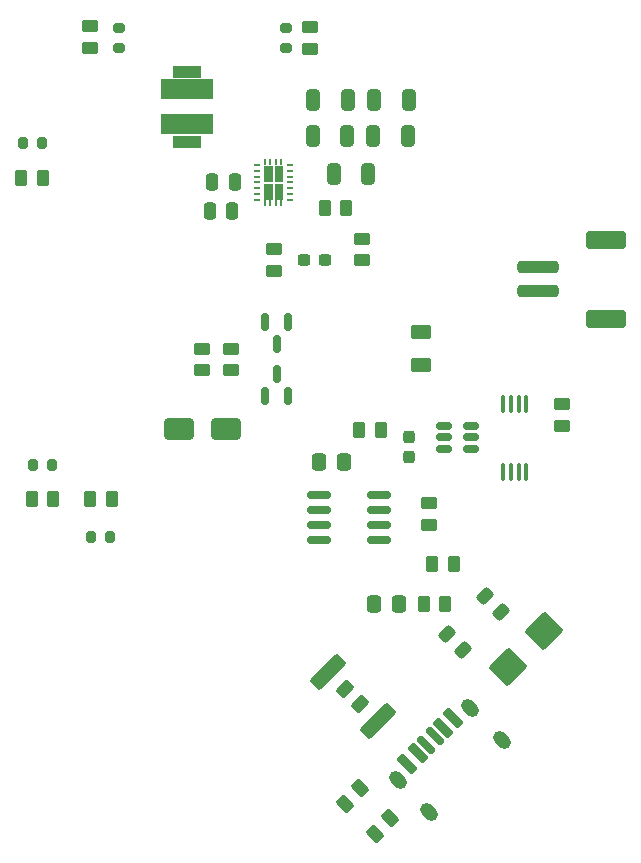
<source format=gbr>
%TF.GenerationSoftware,KiCad,Pcbnew,7.0.8*%
%TF.CreationDate,2025-01-10T21:38:43+01:00*%
%TF.ProjectId,UV_Disc_Charger,55565f44-6973-4635-9f43-686172676572,rev?*%
%TF.SameCoordinates,Original*%
%TF.FileFunction,Paste,Top*%
%TF.FilePolarity,Positive*%
%FSLAX46Y46*%
G04 Gerber Fmt 4.6, Leading zero omitted, Abs format (unit mm)*
G04 Created by KiCad (PCBNEW 7.0.8) date 2025-01-10 21:38:43*
%MOMM*%
%LPD*%
G01*
G04 APERTURE LIST*
G04 Aperture macros list*
%AMRoundRect*
0 Rectangle with rounded corners*
0 $1 Rounding radius*
0 $2 $3 $4 $5 $6 $7 $8 $9 X,Y pos of 4 corners*
0 Add a 4 corners polygon primitive as box body*
4,1,4,$2,$3,$4,$5,$6,$7,$8,$9,$2,$3,0*
0 Add four circle primitives for the rounded corners*
1,1,$1+$1,$2,$3*
1,1,$1+$1,$4,$5*
1,1,$1+$1,$6,$7*
1,1,$1+$1,$8,$9*
0 Add four rect primitives between the rounded corners*
20,1,$1+$1,$2,$3,$4,$5,0*
20,1,$1+$1,$4,$5,$6,$7,0*
20,1,$1+$1,$6,$7,$8,$9,0*
20,1,$1+$1,$8,$9,$2,$3,0*%
%AMHorizOval*
0 Thick line with rounded ends*
0 $1 width*
0 $2 $3 position (X,Y) of the first rounded end (center of the circle)*
0 $4 $5 position (X,Y) of the second rounded end (center of the circle)*
0 Add line between two ends*
20,1,$1,$2,$3,$4,$5,0*
0 Add two circle primitives to create the rounded ends*
1,1,$1,$2,$3*
1,1,$1,$4,$5*%
G04 Aperture macros list end*
%ADD10C,0.010000*%
%ADD11R,2.400000X1.100000*%
%ADD12R,4.500000X1.800000*%
%ADD13RoundRect,0.250000X1.500000X-0.250000X1.500000X0.250000X-1.500000X0.250000X-1.500000X-0.250000X0*%
%ADD14RoundRect,0.250001X1.449999X-0.499999X1.449999X0.499999X-1.449999X0.499999X-1.449999X-0.499999X0*%
%ADD15RoundRect,0.200000X-0.200000X-0.275000X0.200000X-0.275000X0.200000X0.275000X-0.200000X0.275000X0*%
%ADD16RoundRect,0.200000X0.200000X0.275000X-0.200000X0.275000X-0.200000X-0.275000X0.200000X-0.275000X0*%
%ADD17RoundRect,0.250000X-0.262500X-0.450000X0.262500X-0.450000X0.262500X0.450000X-0.262500X0.450000X0*%
%ADD18RoundRect,0.250000X0.262500X0.450000X-0.262500X0.450000X-0.262500X-0.450000X0.262500X-0.450000X0*%
%ADD19RoundRect,0.200000X0.275000X-0.200000X0.275000X0.200000X-0.275000X0.200000X-0.275000X-0.200000X0*%
%ADD20RoundRect,0.250000X0.450000X-0.262500X0.450000X0.262500X-0.450000X0.262500X-0.450000X-0.262500X0*%
%ADD21RoundRect,0.150000X-0.150000X0.587500X-0.150000X-0.587500X0.150000X-0.587500X0.150000X0.587500X0*%
%ADD22RoundRect,0.250000X-0.625000X0.375000X-0.625000X-0.375000X0.625000X-0.375000X0.625000X0.375000X0*%
%ADD23RoundRect,0.175000X0.406586X-0.654074X0.654074X-0.406586X-0.406586X0.654074X-0.654074X0.406586X0*%
%ADD24RoundRect,0.190000X-0.385373X0.654074X-0.654074X0.385373X0.385373X-0.654074X0.654074X-0.385373X0*%
%ADD25RoundRect,0.200000X-0.371231X0.654074X-0.654074X0.371231X0.371231X-0.654074X0.654074X-0.371231X0*%
%ADD26RoundRect,0.175000X-0.406586X0.654074X-0.654074X0.406586X0.406586X-0.654074X0.654074X-0.406586X0*%
%ADD27RoundRect,0.190000X0.385373X-0.654074X0.654074X-0.385373X-0.385373X0.654074X-0.654074X0.385373X0*%
%ADD28RoundRect,0.200000X0.371231X-0.654074X0.654074X-0.371231X-0.371231X0.654074X-0.654074X0.371231X0*%
%ADD29HorizOval,1.100000X-0.212132X0.212132X0.212132X-0.212132X0*%
%ADD30RoundRect,0.250000X-0.450000X0.262500X-0.450000X-0.262500X0.450000X-0.262500X0.450000X0.262500X0*%
%ADD31RoundRect,0.150000X0.150000X-0.587500X0.150000X0.587500X-0.150000X0.587500X-0.150000X-0.587500X0*%
%ADD32RoundRect,0.243750X0.494975X0.150260X0.150260X0.494975X-0.494975X-0.150260X-0.150260X-0.494975X0*%
%ADD33RoundRect,0.250000X-0.325000X-0.650000X0.325000X-0.650000X0.325000X0.650000X-0.325000X0.650000X0*%
%ADD34RoundRect,0.250000X0.325000X0.650000X-0.325000X0.650000X-0.325000X-0.650000X0.325000X-0.650000X0*%
%ADD35RoundRect,0.237500X-0.237500X0.300000X-0.237500X-0.300000X0.237500X-0.300000X0.237500X0.300000X0*%
%ADD36RoundRect,0.250000X-1.263953X-0.751301X-0.751301X-1.263953X1.263953X0.751301X0.751301X1.263953X0*%
%ADD37RoundRect,0.162500X0.825000X0.162500X-0.825000X0.162500X-0.825000X-0.162500X0.825000X-0.162500X0*%
%ADD38O,0.600000X0.240000*%
%ADD39R,0.200000X0.575000*%
%ADD40RoundRect,0.250000X-0.337500X-0.475000X0.337500X-0.475000X0.337500X0.475000X-0.337500X0.475000X0*%
%ADD41RoundRect,0.250000X-0.132583X0.503814X-0.503814X0.132583X0.132583X-0.503814X0.503814X-0.132583X0*%
%ADD42RoundRect,0.100000X0.100000X-0.637500X0.100000X0.637500X-0.100000X0.637500X-0.100000X-0.637500X0*%
%ADD43RoundRect,0.250000X-0.503814X-0.132583X-0.132583X-0.503814X0.503814X0.132583X0.132583X0.503814X0*%
%ADD44RoundRect,0.150000X0.512500X0.150000X-0.512500X0.150000X-0.512500X-0.150000X0.512500X-0.150000X0*%
%ADD45RoundRect,0.250000X0.250000X0.475000X-0.250000X0.475000X-0.250000X-0.475000X0.250000X-0.475000X0*%
%ADD46RoundRect,0.237500X-0.300000X-0.237500X0.300000X-0.237500X0.300000X0.237500X-0.300000X0.237500X0*%
%ADD47RoundRect,0.250000X0.070711X1.343503X-1.343503X-0.070711X-0.070711X-1.343503X1.343503X0.070711X0*%
%ADD48RoundRect,0.250000X-1.000000X-0.650000X1.000000X-0.650000X1.000000X0.650000X-1.000000X0.650000X0*%
G04 APERTURE END LIST*
%TO.C,U4*%
D10*
X163390919Y-40182500D02*
X162730000Y-40182500D01*
X162730000Y-38932641D01*
X163390919Y-38932641D01*
X163390919Y-40182500D01*
G36*
X163390919Y-40182500D02*
G01*
X162730000Y-40182500D01*
X162730000Y-38932641D01*
X163390919Y-38932641D01*
X163390919Y-40182500D01*
G37*
X163390280Y-38692500D02*
X162730000Y-38692500D01*
X162730000Y-37442010D01*
X163390280Y-37442010D01*
X163390280Y-38692500D01*
G36*
X163390280Y-38692500D02*
G01*
X162730000Y-38692500D01*
X162730000Y-37442010D01*
X163390280Y-37442010D01*
X163390280Y-38692500D01*
G37*
X162489877Y-40182500D02*
X161830000Y-40182500D01*
X161830000Y-38932623D01*
X162489877Y-38932623D01*
X162489877Y-40182500D01*
G36*
X162489877Y-40182500D02*
G01*
X161830000Y-40182500D01*
X161830000Y-38932623D01*
X162489877Y-38932623D01*
X162489877Y-40182500D01*
G37*
X162489824Y-38692500D02*
X161830000Y-38692500D01*
X161830000Y-37440490D01*
X162489824Y-37440490D01*
X162489824Y-38692500D01*
G36*
X162489824Y-38692500D02*
G01*
X161830000Y-38692500D01*
X161830000Y-37440490D01*
X162489824Y-37440490D01*
X162489824Y-38692500D01*
G37*
%TD*%
D11*
%TO.C,L1*%
X155351148Y-29450000D03*
D12*
X155351148Y-30900000D03*
X155351148Y-33900000D03*
D11*
X155351148Y-35350000D03*
%TD*%
D13*
%TO.C,J4*%
X185000000Y-48000000D03*
X185000000Y-46000000D03*
D14*
X190750000Y-43650000D03*
X190750000Y-50350000D03*
%TD*%
D15*
%TO.C,R24*%
X148837500Y-68800000D03*
X147187500Y-68800000D03*
%TD*%
D16*
%TO.C,R23*%
X143912500Y-62700000D03*
X142262500Y-62700000D03*
%TD*%
D17*
%TO.C,R22*%
X147100000Y-65600000D03*
X148925000Y-65600000D03*
%TD*%
D18*
%TO.C,R21*%
X144000000Y-65600000D03*
X142175000Y-65600000D03*
%TD*%
D16*
%TO.C,R20*%
X143050000Y-35500000D03*
X141400000Y-35500000D03*
%TD*%
D18*
%TO.C,R19*%
X143112500Y-38400000D03*
X141287500Y-38400000D03*
%TD*%
D19*
%TO.C,R18*%
X163700000Y-27425000D03*
X163700000Y-25775000D03*
%TD*%
D20*
%TO.C,R17*%
X165700000Y-27512500D03*
X165700000Y-25687500D03*
%TD*%
D19*
%TO.C,R2*%
X149600000Y-27400000D03*
X149600000Y-25750000D03*
%TD*%
D20*
%TO.C,R1*%
X147100000Y-27412500D03*
X147100000Y-25587500D03*
%TD*%
D21*
%TO.C,Q2*%
X163850000Y-50625000D03*
X161950000Y-50625000D03*
X162900000Y-52500000D03*
%TD*%
D22*
%TO.C,F1*%
X175100000Y-51500000D03*
X175100000Y-54300000D03*
%TD*%
D23*
%TO.C,J1*%
X175571644Y-86428355D03*
D24*
X177000000Y-85000000D03*
D25*
X177869741Y-84130258D03*
D26*
X176278751Y-85721248D03*
D27*
X174850396Y-87149604D03*
D28*
X173980654Y-88019345D03*
D29*
X173156875Y-89415881D03*
X175843881Y-92102887D03*
X179266277Y-83306479D03*
X181953283Y-85993485D03*
%TD*%
D30*
%TO.C,R12*%
X170100000Y-43587500D03*
X170100000Y-45412500D03*
%TD*%
D31*
%TO.C,Q1*%
X161950000Y-56875000D03*
X163850000Y-56875000D03*
X162900000Y-55000000D03*
%TD*%
D18*
%TO.C,R10*%
X168812500Y-41000000D03*
X166987500Y-41000000D03*
%TD*%
D32*
%TO.C,D3*%
X178662913Y-78362913D03*
X177337087Y-77037087D03*
%TD*%
D18*
%TO.C,R8*%
X176100000Y-71100000D03*
X177925000Y-71100000D03*
%TD*%
D33*
%TO.C,C9*%
X174075000Y-31800000D03*
X171125000Y-31800000D03*
%TD*%
D34*
%TO.C,C8*%
X168900000Y-34900000D03*
X165950000Y-34900000D03*
%TD*%
D18*
%TO.C,R3*%
X171735000Y-59757500D03*
X169910000Y-59757500D03*
%TD*%
D30*
%TO.C,R13*%
X159000000Y-52875000D03*
X159000000Y-54700000D03*
%TD*%
D32*
%TO.C,D2*%
X180537087Y-73837087D03*
X181862913Y-75162913D03*
%TD*%
D35*
%TO.C,C3*%
X174100000Y-60337500D03*
X174100000Y-62062500D03*
%TD*%
D36*
%TO.C,R16*%
X171449569Y-84449569D03*
X167259961Y-80259961D03*
%TD*%
D37*
%TO.C,U1*%
X171605000Y-69105000D03*
X171605000Y-67835000D03*
X171605000Y-66565000D03*
X171605000Y-65295000D03*
X166530000Y-65295000D03*
X166530000Y-66565000D03*
X166530000Y-67835000D03*
X166530000Y-69105000D03*
%TD*%
D38*
%TO.C,U4*%
X164010000Y-40312500D03*
X164010000Y-39812500D03*
X164010000Y-39312500D03*
X164010000Y-38812500D03*
X164010000Y-38312500D03*
X164010000Y-37812500D03*
X164010000Y-37312500D03*
X161210000Y-37312500D03*
X161210000Y-37812500D03*
X161210000Y-38312500D03*
X161210000Y-38812500D03*
X161210000Y-39312500D03*
X161210000Y-39812500D03*
X161210000Y-40312500D03*
D39*
X163300000Y-40525000D03*
X162840000Y-40525000D03*
X162380000Y-40525000D03*
X161920000Y-40525000D03*
X161920000Y-37100000D03*
X162380000Y-37100000D03*
X162840000Y-37100000D03*
X163300000Y-37100000D03*
%TD*%
D20*
%TO.C,R9*%
X175800000Y-65987500D03*
X175800000Y-67812500D03*
%TD*%
D40*
%TO.C,C1*%
X166497500Y-62457500D03*
X168572500Y-62457500D03*
%TD*%
D20*
%TO.C,R14*%
X156600000Y-54712500D03*
X156600000Y-52887500D03*
%TD*%
D41*
%TO.C,R7*%
X168700000Y-91400000D03*
X169990470Y-90109530D03*
%TD*%
D42*
%TO.C,U3*%
X182087500Y-57587500D03*
X182737500Y-57587500D03*
X183387500Y-57587500D03*
X184037500Y-57587500D03*
X184037500Y-63312500D03*
X183387500Y-63312500D03*
X182737500Y-63312500D03*
X182087500Y-63312500D03*
%TD*%
D43*
%TO.C,R15*%
X170000000Y-83000000D03*
X168709530Y-81709530D03*
%TD*%
D44*
%TO.C,U2*%
X179337500Y-61350000D03*
X179337500Y-60400000D03*
X179337500Y-59450000D03*
X177062500Y-59450000D03*
X177062500Y-60400000D03*
X177062500Y-61350000D03*
%TD*%
D45*
%TO.C,C5*%
X159350000Y-38800000D03*
X157450000Y-38800000D03*
%TD*%
D34*
%TO.C,C10*%
X166025000Y-31800000D03*
X168975000Y-31800000D03*
%TD*%
D20*
%TO.C,R5*%
X187062500Y-59412500D03*
X187062500Y-57587500D03*
%TD*%
D41*
%TO.C,R6*%
X171240000Y-93940000D03*
X172530470Y-92649530D03*
%TD*%
D46*
%TO.C,C11*%
X166962500Y-45400000D03*
X165237500Y-45400000D03*
%TD*%
D45*
%TO.C,C4*%
X159150000Y-41200000D03*
X157250000Y-41200000D03*
%TD*%
D33*
%TO.C,C6*%
X170675000Y-38100000D03*
X167725000Y-38100000D03*
%TD*%
D40*
%TO.C,C2*%
X171152500Y-74492500D03*
X173227500Y-74492500D03*
%TD*%
D30*
%TO.C,R11*%
X162700000Y-44487500D03*
X162700000Y-46312500D03*
%TD*%
D33*
%TO.C,C7*%
X174000000Y-34900000D03*
X171050000Y-34900000D03*
%TD*%
D47*
%TO.C,D1*%
X185520280Y-76779720D03*
X182479720Y-79820280D03*
%TD*%
D18*
%TO.C,R4*%
X175375000Y-74500000D03*
X177200000Y-74500000D03*
%TD*%
D48*
%TO.C,D4*%
X154600000Y-59700000D03*
X158600000Y-59700000D03*
%TD*%
M02*

</source>
